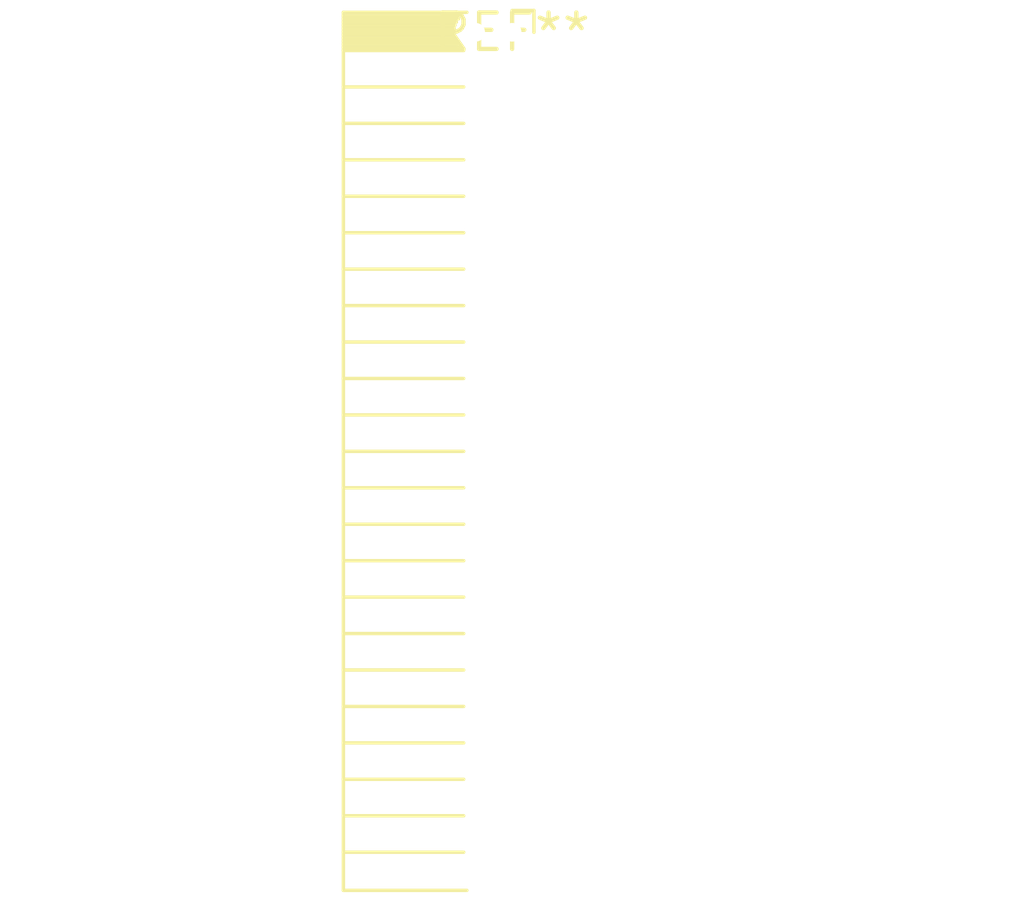
<source format=kicad_pcb>
(kicad_pcb (version 20240108) (generator pcbnew)
  (layers (0 "F.Cu" signal) (31 "B.Cu" signal) (34 "B.Paste" user) (35 "F.Paste" user) (36 "B.SilkS" user "B.Silkscreen") (37 "F.SilkS" user "F.Silkscreen") (38 "B.Mask" user) (39 "F.Mask" user) (44 "Edge.Cuts" user))
  (net 0 "")
  (footprint "PinSocket_2x24_P1.27mm_Horizontal" (layer "F.Cu") (at 0 0)
    (property "Reference" "REF**")
    (property "Value" "PinSocket_2x24_P1.27mm_Horizontal")
    (fp_line (start -5.88 -0.695) (end -5.88 29.905) (layer "F.SilkS") (stroke (width 0.12)))
    (fp_line (start -5.88 -0.695) (end -1.57753 -0.695) (layer "F.SilkS") (stroke (width 0.12)))
    (fp_line (start -5.88 -0.575) (end -1.766966 -0.575) (layer "F.SilkS") (stroke (width 0.12)))
    (fp_line (start -5.88 -0.465) (end -1.871145 -0.465) (layer "F.SilkS") (stroke (width 0.12)))
    (fp_line (start -5.88 -0.355) (end -1.941993 -0.355) (layer "F.SilkS") (stroke (width 0.12)))
    (fp_line (start -5.88 -0.245) (end -1.989427 -0.245) (layer "F.SilkS") (stroke (width 0.12)))
    (fp_line (start -5.88 -0.135) (end -2.017914 -0.135) (layer "F.SilkS") (stroke (width 0.12)))
    (fp_line (start -5.88 -0.025) (end -2.029589 -0.025) (layer "F.SilkS") (stroke (width 0.12)))
    (fp_line (start -5.88 0.085) (end -2.025232 0.085) (layer "F.SilkS") (stroke (width 0.12)))
    (fp_line (start -5.88 0.195) (end -2.004558 0.195) (layer "F.SilkS") (stroke (width 0.12)))
    (fp_line (start -5.88 0.305) (end -1.966114 0.305) (layer "F.SilkS") (stroke (width 0.12)))
    (fp_line (start -5.88 0.415) (end -1.906691 0.415) (layer "F.SilkS") (stroke (width 0.12)))
    (fp_line (start -5.88 0.525) (end -1.819523 0.525) (layer "F.SilkS") (stroke (width 0.12)))
    (fp_line (start -5.88 0.635) (end -1.687582 0.635) (layer "F.SilkS") (stroke (width 0.12)))
    (fp_line (start -5.88 1.905) (end -1.687582 1.905) (layer "F.SilkS") (stroke (width 0.12)))
    (fp_line (start -5.88 3.175) (end -1.687582 3.175) (layer "F.SilkS") (stroke (width 0.12)))
    (fp_line (start -5.88 4.445) (end -1.687582 4.445) (layer "F.SilkS") (stroke (width 0.12)))
    (fp_line (start -5.88 5.715) (end -1.687582 5.715) (layer "F.SilkS") (stroke (width 0.12)))
    (fp_line (start -5.88 6.985) (end -1.687582 6.985) (layer "F.SilkS") (stroke (width 0.12)))
    (fp_line (start -5.88 8.255) (end -1.687582 8.255) (layer "F.SilkS") (stroke (width 0.12)))
    (fp_line (start -5.88 9.525) (end -1.687582 9.525) (layer "F.SilkS") (stroke (width 0.12)))
    (fp_line (start -5.88 10.795) (end -1.687582 10.795) (layer "F.SilkS") (stroke (width 0.12)))
    (fp_line (start -5.88 12.065) (end -1.687582 12.065) (layer "F.SilkS") (stroke (width 0.12)))
    (fp_line (start -5.88 13.335) (end -1.687582 13.335) (layer "F.SilkS") (stroke (width 0.12)))
    (fp_line (start -5.88 14.605) (end -1.687582 14.605) (layer "F.SilkS") (stroke (width 0.12)))
    (fp_line (start -5.88 15.875) (end -1.687582 15.875) (layer "F.SilkS") (stroke (width 0.12)))
    (fp_line (start -5.88 17.145) (end -1.687582 17.145) (layer "F.SilkS") (stroke (width 0.12)))
    (fp_line (start -5.88 18.415) (end -1.687582 18.415) (layer "F.SilkS") (stroke (width 0.12)))
    (fp_line (start -5.88 19.685) (end -1.687582 19.685) (layer "F.SilkS") (stroke (width 0.12)))
    (fp_line (start -5.88 20.955) (end -1.687582 20.955) (layer "F.SilkS") (stroke (width 0.12)))
    (fp_line (start -5.88 22.225) (end -1.687582 22.225) (layer "F.SilkS") (stroke (width 0.12)))
    (fp_line (start -5.88 23.495) (end -1.687582 23.495) (layer "F.SilkS") (stroke (width 0.12)))
    (fp_line (start -5.88 24.765) (end -1.687582 24.765) (layer "F.SilkS") (stroke (width 0.12)))
    (fp_line (start -5.88 26.035) (end -1.687582 26.035) (layer "F.SilkS") (stroke (width 0.12)))
    (fp_line (start -5.88 27.305) (end -1.687582 27.305) (layer "F.SilkS") (stroke (width 0.12)))
    (fp_line (start -5.88 28.575) (end -1.687582 28.575) (layer "F.SilkS") (stroke (width 0.12)))
    (fp_line (start -5.88 29.905) (end -1.57753 29.905) (layer "F.SilkS") (stroke (width 0.12)))
    (fp_line (start 0 -0.76) (end 0.76 -0.76) (layer "F.SilkS") (stroke (width 0.12)))
    (fp_line (start 0.76 -0.76) (end 0.76 0) (layer "F.SilkS") (stroke (width 0.12)))
    (pad "1" thru_hole rect (at 0 0) (size 1 1) (drill 0.65) (layers *.Cu *.Mask) (remove_unused_layers))
    (pad "2" thru_hole oval (at -1.27 0) (size 1 1) (drill 0.65) (layers *.Cu *.Mask) (remove_unused_layers))
    (pad "3" thru_hole oval (at 0 1.27) (size 1 1) (drill 0.65) (layers *.Cu *.Mask) (remove_unused_layers))
    (pad "4" thru_hole oval (at -1.27 1.27) (size 1 1) (drill 0.65) (layers *.Cu *.Mask) (remove_unused_layers))
    (pad "5" thru_hole oval (at 0 2.54) (size 1 1) (drill 0.65) (layers *.Cu *.Mask) (remove_unused_layers))
    (pad "6" thru_hole oval (at -1.27 2.54) (size 1 1) (drill 0.65) (layers *.Cu *.Mask) (remove_unused_layers))
    (pad "7" thru_hole oval (at 0 3.81) (size 1 1) (drill 0.65) (layers *.Cu *.Mask) (remove_unused_layers))
    (pad "8" thru_hole oval (at -1.27 3.81) (size 1 1) (drill 0.65) (layers *.Cu *.Mask) (remove_unused_layers))
    (pad "9" thru_hole oval (at 0 5.08) (size 1 1) (drill 0.65) (layers *.Cu *.Mask) (remove_unused_layers))
    (pad "10" thru_hole oval (at -1.27 5.08) (size 1 1) (drill 0.65) (layers *.Cu *.Mask) (remove_unused_layers))
    (pad "11" thru_hole oval (at 0 6.35) (size 1 1) (drill 0.65) (layers *.Cu *.Mask) (remove_unused_layers))
    (pad "12" thru_hole oval (at -1.27 6.35) (size 1 1) (drill 0.65) (layers *.Cu *.Mask) (remove_unused_layers))
    (pad "13" thru_hole oval (at 0 7.62) (size 1 1) (drill 0.65) (layers *.Cu *.Mask) (remove_unused_layers))
    (pad "14" thru_hole oval (at -1.27 7.62) (size 1 1) (drill 0.65) (layers *.Cu *.Mask) (remove_unused_layers))
    (pad "15" thru_hole oval (at 0 8.89) (size 1 1) (drill 0.65) (layers *.Cu *.Mask) (remove_unused_layers))
    (pad "16" thru_hole oval (at -1.27 8.89) (size 1 1) (drill 0.65) (layers *.Cu *.Mask) (remove_unused_layers))
    (pad "17" thru_hole oval (at 0 10.16) (size 1 1) (drill 0.65) (layers *.Cu *.Mask) (remove_unused_layers))
    (pad "18" thru_hole oval (at -1.27 10.16) (size 1 1) (drill 0.65) (layers *.Cu *.Mask) (remove_unused_layers))
    (pad "19" thru_hole oval (at 0 11.43) (size 1 1) (drill 0.65) (layers *.Cu *.Mask) (remove_unused_layers))
    (pad "20" thru_hole oval (at -1.27 11.43) (size 1 1) (drill 0.65) (layers *.Cu *.Mask) (remove_unused_layers))
    (pad "21" thru_hole oval (at 0 12.7) (size 1 1) (drill 0.65) (layers *.Cu *.Mask) (remove_unused_layers))
    (pad "22" thru_hole oval (at -1.27 12.7) (size 1 1) (drill 0.65) (layers *.Cu *.Mask) (remove_unused_layers))
    (pad "23" thru_hole oval (at 0 13.97) (size 1 1) (drill 0.65) (layers *.Cu *.Mask) (remove_unused_layers))
    (pad "24" thru_hole oval (at -1.27 13.97) (size 1 1) (drill 0.65) (layers *.Cu *.Mask) (remove_unused_layers))
    (pad "25" thru_hole oval (at 0 15.24) (size 1 1) (drill 0.65) (layers *.Cu *.Mask) (remove_unused_layers))
    (pad "26" thru_hole oval (at -1.27 15.24) (size 1 1) (drill 0.65) (layers *.Cu *.Mask) (remove_unused_layers))
    (pad "27" thru_hole oval (at 0 16.51) (size 1 1) (drill 0.65) (layers *.Cu *.Mask) (remove_unused_layers))
    (pad "28" thru_hole oval (at -1.27 16.51) (size 1 1) (drill 0.65) (layers *.Cu *.Mask) (remove_unused_layers))
    (pad "29" thru_hole oval (at 0 17.78) (size 1 1) (drill 0.65) (layers *.Cu *.Mask) (remove_unused_layers))
    (pad "30" thru_hole oval (at -1.27 17.78) (size 1 1) (drill 0.65) (layers *.Cu *.Mask) (remove_unused_layers))
    (pad "31" thru_hole oval (at 0 19.05) (size 1 1) (drill 0.65) (layers *.Cu *.Mask) (remove_unused_layers))
    (pad "32" thru_hole oval (at -1.27 19.05) (size 1 1) (drill 0.65) (layers *.Cu *.Mask) (remove_unused_layers))
    (pad "33" thru_hole oval (at 0 20.32) (size 1 1) (drill 0.65) (layers *.Cu *.Mask) (remove_unused_layers))
    (pad "34" thru_hole oval (at -1.27 20.32) (size 1 1) (drill 0.65) (layers *.Cu *.Mask) (remove_unused_layers))
    (pad "35" thru_hole oval (at 0 21.59) (size 1 1) (drill 0.65) (layers *.Cu *.Mask) (remove_unused_layers))
    (pad "36" thru_hole oval (at -1.27 21.59) (size 1 1) (drill 0.65) (layers *.Cu *.Mask) (remove_unused_layers))
    (pad "37" thru_hole oval (at 0 22.86) (size 1 1) (drill 0.65) (layers *.Cu *.Mask) (remove_unused_layers))
    (pad "38" thru_hole oval (at -1.27 22.86) (size 1 1) (drill 0.65) (layers *.Cu *.Mask) (remove_unused_layers))
    (pad "39" thru_hole oval (at 0 24.13) (size 1 1) (drill 0.65) (layers *.Cu *.Mask) (remove_unused_layers))
    (pad "40" thru_hole oval (at -1.27 24.13) (size 1 1) (drill 0.65) (layers *.Cu *.Mask) (remove_unused_layers))
    (pad "41" thru_hole oval (at 0 25.4) (size 1 1) (drill 0.65) (layers *.Cu *.Mask) (remove_unused_layers))
    (pad "42" thru_hole oval (at -1.27 25.4) (size 1 1) (drill 0.65) (layers *.Cu *.Mask) (remove_unused_layers))
    (pad "43" thru_hole oval (at 0 26.67) (size 1 1) (drill 0.65) (layers *.Cu *.Mask) (remove_unused_layers))
    (pad "44" thru_hole oval (at -1.27 26.67) (size 1 1) (drill 0.65) (layers *.Cu *.Mask) (remove_unused_layers))
    (pad "45" thru_hole oval (at 0 27.94) (size 1 1) (drill 0.65) (layers *.Cu *.Mask) (remove_unused_layers))
    (pad "46" thru_hole oval (at -1.27 27.94) (size 1 1) (drill 0.65) (layers *.Cu *.Mask) (remove_unused_layers))
    (pad "47" thru_hole oval (at 0 29.21) (size 1 1) (drill 0.65) (layers *.Cu *.Mask) (remove_unused_layers))
    (pad "48" thru_hole oval (at -1.27 29.21) (size 1 1) (drill 0.65) (layers *.Cu *.Mask) (remove_unused_layers))
  )
)
</source>
